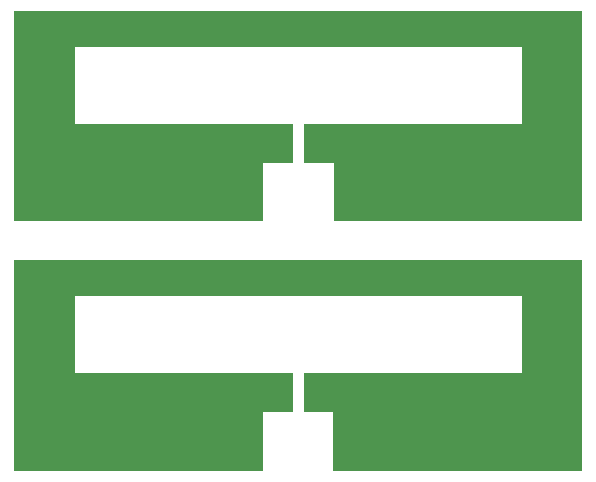
<source format=gbr>
%TF.GenerationSoftware,KiCad,Pcbnew,6.0.7*%
%TF.CreationDate,2022-10-28T11:28:34-04:00*%
%TF.ProjectId,Antennas,416e7465-6e6e-4617-932e-6b696361645f,rev?*%
%TF.SameCoordinates,Original*%
%TF.FileFunction,Copper,L1,Top*%
%TF.FilePolarity,Positive*%
%FSLAX46Y46*%
G04 Gerber Fmt 4.6, Leading zero omitted, Abs format (unit mm)*
G04 Created by KiCad (PCBNEW 6.0.7) date 2022-10-28 11:28:34*
%MOMM*%
%LPD*%
G01*
G04 APERTURE LIST*
G04 Aperture macros list*
%AMOutline4P*
0 Free polygon, 4 corners , with rotation*
0 The origin of the aperture is its center*
0 number of corners: always 4*
0 $1 to $8 corner X, Y*
0 $9 Rotation angle, in degrees counterclockwise*
0 create outline with 4 corners*
4,1,4,$1,$2,$3,$4,$5,$6,$7,$8,$1,$2,$9*%
G04 Aperture macros list end*
%TA.AperFunction,ComponentPad*%
%ADD10Outline4P,-1.143000X-1.143000X1.143000X-1.143000X1.143000X1.143000X-1.143000X1.143000X0.000000*%
%TD*%
G04 APERTURE END LIST*
%TO.C,REF\u002A\u002A*%
G36*
X64560000Y-57035000D02*
G01*
X43500000Y-57035000D01*
X43500000Y-52085000D01*
X40970000Y-52085000D01*
X40970000Y-48785000D01*
X59450000Y-48785000D01*
X59450000Y-42295000D01*
X21600000Y-42295000D01*
X21595000Y-48785000D01*
X40070000Y-48785000D01*
X40070000Y-52085000D01*
X37545000Y-52085000D01*
X37545000Y-57035000D01*
X16470000Y-57035000D01*
X16470000Y-39245000D01*
X64560000Y-39245000D01*
X64560000Y-57035000D01*
G37*
G36*
X64570000Y-35945000D02*
G01*
X43510000Y-35945000D01*
X43510000Y-30995000D01*
X40980000Y-30995000D01*
X40980000Y-27695000D01*
X59460000Y-27695000D01*
X59460000Y-21205000D01*
X21610000Y-21205000D01*
X21605000Y-27695000D01*
X40080000Y-27695000D01*
X40080000Y-30995000D01*
X37555000Y-30995000D01*
X37555000Y-35945000D01*
X16480000Y-35945000D01*
X16480000Y-18155000D01*
X64570000Y-18155000D01*
X64570000Y-35945000D01*
G37*
%TD*%
D10*
%TO.P,REF\u002A\u002A,1*%
%TO.N,N/C*%
X38879000Y-50426000D03*
%TO.P,REF\u002A\u002A,2*%
X42181000Y-50426000D03*
%TD*%
%TO.P,REF\u002A\u002A,1*%
%TO.N,N/C*%
X38889000Y-29336000D03*
%TO.P,REF\u002A\u002A,2*%
X42191000Y-29336000D03*
%TD*%
M02*

</source>
